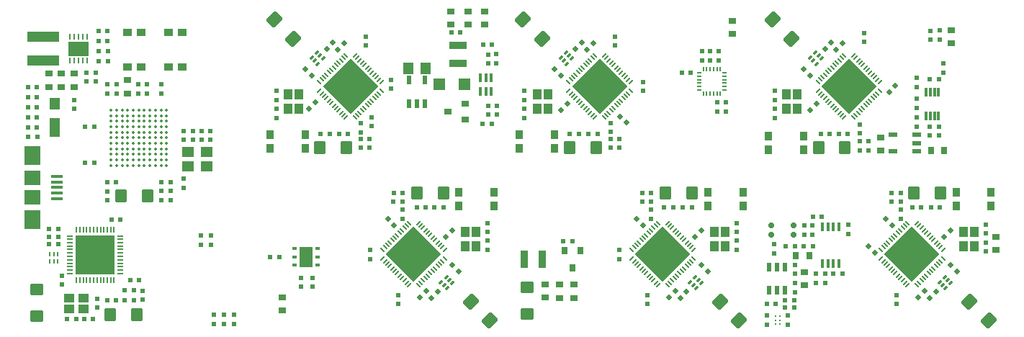
<source format=gtp>
%FSLAX24Y24*%
%MOIN*%
G70*
G01*
G75*
G04 Layer_Color=8421504*
%ADD10C,0.0080*%
%ADD11C,0.0160*%
%ADD12C,0.0200*%
%ADD13C,0.0300*%
%ADD14C,0.0040*%
%ADD15C,0.0100*%
%ADD16C,0.0120*%
%ADD17C,0.0240*%
%ADD18C,0.0090*%
%ADD19R,0.0200X0.0200*%
%ADD20R,0.0200X0.0200*%
%ADD21C,0.0098*%
%ADD22C,0.0276*%
%ADD23R,0.0236X0.0413*%
%ADD24P,0.0283X4X90.0*%
%ADD25R,0.0940X0.0650*%
%ADD26R,0.0100X0.0270*%
%ADD27R,0.0550X0.0470*%
%ADD28R,0.0160X0.0440*%
G04:AMPARAMS|DCode=29|XSize=20mil|YSize=8mil|CornerRadius=3mil|HoleSize=0mil|Usage=FLASHONLY|Rotation=90.000|XOffset=0mil|YOffset=0mil|HoleType=Round|Shape=RoundedRectangle|*
%AMROUNDEDRECTD29*
21,1,0.0200,0.0020,0,0,90.0*
21,1,0.0140,0.0080,0,0,90.0*
1,1,0.0060,0.0010,0.0070*
1,1,0.0060,0.0010,-0.0070*
1,1,0.0060,-0.0010,-0.0070*
1,1,0.0060,-0.0010,0.0070*
%
%ADD29ROUNDEDRECTD29*%
G04:AMPARAMS|DCode=30|XSize=20mil|YSize=8mil|CornerRadius=3mil|HoleSize=0mil|Usage=FLASHONLY|Rotation=0.000|XOffset=0mil|YOffset=0mil|HoleType=Round|Shape=RoundedRectangle|*
%AMROUNDEDRECTD30*
21,1,0.0200,0.0020,0,0,0.0*
21,1,0.0140,0.0080,0,0,0.0*
1,1,0.0060,0.0070,-0.0010*
1,1,0.0060,-0.0070,-0.0010*
1,1,0.0060,-0.0070,0.0010*
1,1,0.0060,0.0070,0.0010*
%
%ADD30ROUNDEDRECTD30*%
%ADD31R,0.0360X0.0400*%
%ADD32R,0.0340X0.0310*%
%ADD33R,0.0320X0.0280*%
%ADD34R,0.0560X0.0560*%
%ADD35R,0.0480X0.0560*%
%ADD36R,0.0200X0.0400*%
G04:AMPARAMS|DCode=37|XSize=52mil|YSize=63mil|CornerRadius=5.2mil|HoleSize=0mil|Usage=FLASHONLY|Rotation=180.000|XOffset=0mil|YOffset=0mil|HoleType=Round|Shape=RoundedRectangle|*
%AMROUNDEDRECTD37*
21,1,0.0520,0.0526,0,0,180.0*
21,1,0.0416,0.0630,0,0,180.0*
1,1,0.0104,-0.0208,0.0263*
1,1,0.0104,0.0208,0.0263*
1,1,0.0104,0.0208,-0.0263*
1,1,0.0104,-0.0208,-0.0263*
%
%ADD37ROUNDEDRECTD37*%
%ADD38R,0.0400X0.0360*%
%ADD39R,0.0310X0.0340*%
%ADD40R,0.0400X0.0200*%
G04:AMPARAMS|DCode=41|XSize=52mil|YSize=63mil|CornerRadius=5.2mil|HoleSize=0mil|Usage=FLASHONLY|Rotation=315.000|XOffset=0mil|YOffset=0mil|HoleType=Round|Shape=RoundedRectangle|*
%AMROUNDEDRECTD41*
21,1,0.0520,0.0526,0,0,315.0*
21,1,0.0416,0.0630,0,0,315.0*
1,1,0.0104,-0.0039,-0.0333*
1,1,0.0104,-0.0333,-0.0039*
1,1,0.0104,0.0039,0.0333*
1,1,0.0104,0.0333,0.0039*
%
%ADD41ROUNDEDRECTD41*%
G04:AMPARAMS|DCode=42|XSize=52mil|YSize=63mil|CornerRadius=5.2mil|HoleSize=0mil|Usage=FLASHONLY|Rotation=270.000|XOffset=0mil|YOffset=0mil|HoleType=Round|Shape=RoundedRectangle|*
%AMROUNDEDRECTD42*
21,1,0.0520,0.0526,0,0,270.0*
21,1,0.0416,0.0630,0,0,270.0*
1,1,0.0104,-0.0263,-0.0208*
1,1,0.0104,-0.0263,0.0208*
1,1,0.0104,0.0263,0.0208*
1,1,0.0104,0.0263,-0.0208*
%
%ADD42ROUNDEDRECTD42*%
%ADD43R,0.0280X0.0320*%
%ADD44R,0.0100X0.0220*%
G04:AMPARAMS|DCode=45|XSize=22mil|YSize=10mil|CornerRadius=0mil|HoleSize=0mil|Usage=FLASHONLY|Rotation=45.000|XOffset=0mil|YOffset=0mil|HoleType=Round|Shape=Rectangle|*
%AMROTATEDRECTD45*
4,1,4,-0.0042,-0.0113,-0.0113,-0.0042,0.0042,0.0113,0.0113,0.0042,-0.0042,-0.0113,0.0*
%
%ADD45ROTATEDRECTD45*%

%ADD46R,0.1460X0.0480*%
%ADD47R,0.0560X0.0160*%
%ADD48R,0.0750X0.0910*%
%ADD49R,0.0750X0.0710*%
G04:AMPARAMS|DCode=50|XSize=8mil|YSize=28mil|CornerRadius=4mil|HoleSize=0mil|Usage=FLASHONLY|Rotation=270.000|XOffset=0mil|YOffset=0mil|HoleType=Round|Shape=RoundedRectangle|*
%AMROUNDEDRECTD50*
21,1,0.0080,0.0200,0,0,270.0*
21,1,0.0000,0.0280,0,0,270.0*
1,1,0.0080,-0.0100,0.0000*
1,1,0.0080,-0.0100,0.0000*
1,1,0.0080,0.0100,0.0000*
1,1,0.0080,0.0100,0.0000*
%
%ADD50ROUNDEDRECTD50*%
G04:AMPARAMS|DCode=51|XSize=8mil|YSize=28mil|CornerRadius=4mil|HoleSize=0mil|Usage=FLASHONLY|Rotation=180.000|XOffset=0mil|YOffset=0mil|HoleType=Round|Shape=RoundedRectangle|*
%AMROUNDEDRECTD51*
21,1,0.0080,0.0200,0,0,180.0*
21,1,0.0000,0.0280,0,0,180.0*
1,1,0.0080,0.0000,0.0100*
1,1,0.0080,0.0000,0.0100*
1,1,0.0080,0.0000,-0.0100*
1,1,0.0080,0.0000,-0.0100*
%
%ADD51ROUNDEDRECTD51*%
G04:AMPARAMS|DCode=52|XSize=182mil|YSize=182mil|CornerRadius=4.6mil|HoleSize=0mil|Usage=FLASHONLY|Rotation=180.000|XOffset=0mil|YOffset=0mil|HoleType=Round|Shape=RoundedRectangle|*
%AMROUNDEDRECTD52*
21,1,0.1820,0.1729,0,0,180.0*
21,1,0.1729,0.1820,0,0,180.0*
1,1,0.0091,-0.0865,0.0865*
1,1,0.0091,0.0865,0.0865*
1,1,0.0091,0.0865,-0.0865*
1,1,0.0091,-0.0865,-0.0865*
%
%ADD52ROUNDEDRECTD52*%
G04:AMPARAMS|DCode=53|XSize=182mil|YSize=182mil|CornerRadius=4.6mil|HoleSize=0mil|Usage=FLASHONLY|Rotation=135.000|XOffset=0mil|YOffset=0mil|HoleType=Round|Shape=RoundedRectangle|*
%AMROUNDEDRECTD53*
21,1,0.1820,0.1729,0,0,135.0*
21,1,0.1729,0.1820,0,0,135.0*
1,1,0.0091,0.0000,0.1223*
1,1,0.0091,0.1223,0.0000*
1,1,0.0091,0.0000,-0.1223*
1,1,0.0091,-0.1223,0.0000*
%
%ADD53ROUNDEDRECTD53*%
G04:AMPARAMS|DCode=54|XSize=8mil|YSize=28mil|CornerRadius=4mil|HoleSize=0mil|Usage=FLASHONLY|Rotation=135.000|XOffset=0mil|YOffset=0mil|HoleType=Round|Shape=RoundedRectangle|*
%AMROUNDEDRECTD54*
21,1,0.0080,0.0200,0,0,135.0*
21,1,0.0000,0.0280,0,0,135.0*
1,1,0.0080,0.0071,0.0071*
1,1,0.0080,0.0071,0.0071*
1,1,0.0080,-0.0071,-0.0071*
1,1,0.0080,-0.0071,-0.0071*
%
%ADD54ROUNDEDRECTD54*%
G04:AMPARAMS|DCode=55|XSize=8mil|YSize=28mil|CornerRadius=4mil|HoleSize=0mil|Usage=FLASHONLY|Rotation=225.000|XOffset=0mil|YOffset=0mil|HoleType=Round|Shape=RoundedRectangle|*
%AMROUNDEDRECTD55*
21,1,0.0080,0.0200,0,0,225.0*
21,1,0.0000,0.0280,0,0,225.0*
1,1,0.0080,-0.0071,0.0071*
1,1,0.0080,-0.0071,0.0071*
1,1,0.0080,0.0071,-0.0071*
1,1,0.0080,0.0071,-0.0071*
%
%ADD55ROUNDEDRECTD55*%
%ADD56P,0.0283X4X360.0*%
%ADD57R,0.0600X0.0950*%
%ADD58R,0.0240X0.0160*%
G04:AMPARAMS|DCode=59|XSize=14mil|YSize=14mil|CornerRadius=7mil|HoleSize=0mil|Usage=FLASHONLY|Rotation=0.000|XOffset=0mil|YOffset=0mil|HoleType=Round|Shape=RoundedRectangle|*
%AMROUNDEDRECTD59*
21,1,0.0140,0.0000,0,0,0.0*
21,1,0.0000,0.0140,0,0,0.0*
1,1,0.0140,0.0000,0.0000*
1,1,0.0140,0.0000,0.0000*
1,1,0.0140,0.0000,0.0000*
1,1,0.0140,0.0000,0.0000*
%
%ADD59ROUNDEDRECTD59*%
%ADD60R,0.0165X0.0400*%
%ADD61C,0.0236*%
%ADD62R,0.0120X0.0400*%
%ADD63R,0.0480X0.0400*%
%ADD64R,0.0400X0.0480*%
%ADD65R,0.0827X0.0206*%
%ADD66R,0.0394X0.0560*%
%ADD67R,0.0827X0.0354*%
%ADD68R,0.0560X0.0394*%
%ADD69R,0.0206X0.0827*%
%ADD70R,0.0354X0.0827*%
G04:AMPARAMS|DCode=71|XSize=100mil|YSize=35mil|CornerRadius=8.8mil|HoleSize=0mil|Usage=FLASHONLY|Rotation=180.000|XOffset=0mil|YOffset=0mil|HoleType=Round|Shape=RoundedRectangle|*
%AMROUNDEDRECTD71*
21,1,0.1000,0.0175,0,0,180.0*
21,1,0.0825,0.0350,0,0,180.0*
1,1,0.0175,-0.0413,0.0088*
1,1,0.0175,0.0413,0.0088*
1,1,0.0175,0.0413,-0.0088*
1,1,0.0175,-0.0413,-0.0088*
%
%ADD71ROUNDEDRECTD71*%
G04:AMPARAMS|DCode=72|XSize=100mil|YSize=35mil|CornerRadius=8.8mil|HoleSize=0mil|Usage=FLASHONLY|Rotation=90.000|XOffset=0mil|YOffset=0mil|HoleType=Round|Shape=RoundedRectangle|*
%AMROUNDEDRECTD72*
21,1,0.1000,0.0175,0,0,90.0*
21,1,0.0825,0.0350,0,0,90.0*
1,1,0.0175,0.0088,0.0413*
1,1,0.0175,0.0088,-0.0413*
1,1,0.0175,-0.0088,-0.0413*
1,1,0.0175,-0.0088,0.0413*
%
%ADD72ROUNDEDRECTD72*%
%ADD73R,0.0950X0.0300*%
%ADD74R,0.0512X0.0866*%
%ADD75R,0.0512X0.0551*%
%ADD76C,0.0160*%
%ADD77C,0.0630*%
%ADD78C,0.0360*%
%ADD79C,0.0070*%
%ADD80C,0.0060*%
%ADD81C,0.0400*%
%ADD82C,0.0280*%
%ADD83R,0.0520X0.0140*%
%ADD84R,0.0108X0.0250*%
%ADD85R,0.0247X0.0144*%
%ADD86R,0.0230X0.0158*%
%ADD87R,0.0095X0.0038*%
%ADD88R,0.0150X0.0200*%
%ADD89R,0.1410X0.0970*%
%ADD90R,0.0180X0.0170*%
%ADD91C,0.0551*%
%ADD92C,0.0660*%
%ADD93C,0.0160*%
%ADD94C,0.0240*%
%ADD95C,0.0140*%
%ADD96C,0.0480*%
%ADD97C,0.0210*%
%ADD98C,0.0410*%
%ADD99R,0.0250X0.0040*%
G04:AMPARAMS|DCode=100|XSize=700mil|YSize=700mil|CornerRadius=350mil|HoleSize=0mil|Usage=FLASHONLY|Rotation=277.000|XOffset=0mil|YOffset=0mil|HoleType=Round|Shape=RoundedRectangle|*
%AMROUNDEDRECTD100*
21,1,0.7000,0.0000,0,0,277.0*
21,1,0.0000,0.7000,0,0,277.0*
1,1,0.7000,0.0000,0.0000*
1,1,0.7000,0.0000,0.0000*
1,1,0.7000,0.0000,0.0000*
1,1,0.7000,0.0000,0.0000*
%
%ADD100ROUNDEDRECTD100*%
G04:AMPARAMS|DCode=101|XSize=200mil|YSize=110mil|CornerRadius=0mil|HoleSize=0mil|Usage=FLASHONLY|Rotation=277.000|XOffset=0mil|YOffset=0mil|HoleType=Round|Shape=Rectangle|*
%AMROTATEDRECTD101*
4,1,4,-0.0668,0.0926,0.0424,0.1060,0.0668,-0.0926,-0.0424,-0.1060,-0.0668,0.0926,0.0*
%
%ADD101ROTATEDRECTD101*%

%ADD102R,0.0600X0.1340*%
%ADD103R,0.0400X0.1380*%
%ADD104R,0.0750X0.0360*%
%ADD105R,0.0360X0.0750*%
%ADD106R,0.0250X0.0580*%
%ADD107C,0.0050*%
%ADD108R,0.0190X0.0130*%
D19*
X32973Y5241D02*
D03*
X33390Y5241D02*
D03*
X33932Y2590D02*
D03*
X34349Y2590D02*
D03*
X-2937Y10301D02*
D03*
X-3354D02*
D03*
Y9837D02*
D03*
X-2937Y9837D02*
D03*
X-2937Y9373D02*
D03*
X-3354D02*
D03*
X32140Y3857D02*
D03*
X31723Y3857D02*
D03*
X31267Y1200D02*
D03*
X30850Y1200D02*
D03*
X32970Y3857D02*
D03*
X32553D02*
D03*
X31692Y1030D02*
D03*
X32108Y1030D02*
D03*
X4685Y9205D02*
D03*
Y8788D02*
D03*
X1940Y1380D02*
D03*
Y1797D02*
D03*
X2821Y6835D02*
D03*
X3238D02*
D03*
X322Y13835D02*
D03*
X-95D02*
D03*
X-80Y12900D02*
D03*
X337D02*
D03*
X-92Y13365D02*
D03*
X325D02*
D03*
X1785Y2295D02*
D03*
X1368D02*
D03*
X510Y5095D02*
D03*
X926D02*
D03*
X-2375Y4305D02*
D03*
X-1958D02*
D03*
X-1129Y485D02*
D03*
X-1545D02*
D03*
X-765D02*
D03*
X-349D02*
D03*
X-1958Y3955D02*
D03*
X-2375D02*
D03*
X1545Y1825D02*
D03*
X1128D02*
D03*
X-3349Y8911D02*
D03*
X-2932D02*
D03*
X-2937Y10765D02*
D03*
X-3354D02*
D03*
X4281Y8779D02*
D03*
X3865D02*
D03*
X12455Y8815D02*
D03*
X12038D02*
D03*
X16665Y13775D02*
D03*
X16248D02*
D03*
X18355Y10345D02*
D03*
X17938D02*
D03*
Y9955D02*
D03*
X18355D02*
D03*
X18125Y13185D02*
D03*
X17708D02*
D03*
X23608Y8815D02*
D03*
X24025D02*
D03*
X26915Y11885D02*
D03*
X27332D02*
D03*
X13565Y5915D02*
D03*
X13982D02*
D03*
X8281Y3375D02*
D03*
X7865D02*
D03*
X25068Y5915D02*
D03*
X25485D02*
D03*
X21428Y4105D02*
D03*
X21845D02*
D03*
X35565Y8715D02*
D03*
X35148D02*
D03*
X37037Y5925D02*
D03*
X36620D02*
D03*
X-1955Y4655D02*
D03*
X-2372D02*
D03*
X2821Y6413D02*
D03*
X3238D02*
D03*
X38812Y9385D02*
D03*
X38395D02*
D03*
Y8995D02*
D03*
X38812D02*
D03*
X38395Y11585D02*
D03*
X38812D02*
D03*
X33755Y9065D02*
D03*
X33338D02*
D03*
X34168D02*
D03*
X34585D02*
D03*
X38437Y5645D02*
D03*
X38854D02*
D03*
X37570D02*
D03*
X37987D02*
D03*
X10605Y9065D02*
D03*
X10188D02*
D03*
X11461D02*
D03*
X11045D02*
D03*
X22135D02*
D03*
X21718D02*
D03*
X23001D02*
D03*
X22585D02*
D03*
X15455Y5645D02*
D03*
X15871D02*
D03*
X14638D02*
D03*
X15055D02*
D03*
X26955D02*
D03*
X27371D02*
D03*
X26088D02*
D03*
X26505D02*
D03*
X305Y1355D02*
D03*
X721D02*
D03*
X1128D02*
D03*
X1545D02*
D03*
X-292Y7725D02*
D03*
X-709D02*
D03*
X4281Y9205D02*
D03*
X3865D02*
D03*
X-709Y9385D02*
D03*
X-292D02*
D03*
X3238Y5992D02*
D03*
X2821D02*
D03*
X317Y6835D02*
D03*
X734D02*
D03*
X17700Y9520D02*
D03*
X18116D02*
D03*
X31692Y1350D02*
D03*
X32108D02*
D03*
D20*
X32944Y4400D02*
D03*
Y4817D02*
D03*
X34611Y4852D02*
D03*
Y4435D02*
D03*
X30850Y650D02*
D03*
X30850Y233D02*
D03*
X31830Y230D02*
D03*
Y647D02*
D03*
X32143Y1740D02*
D03*
X32143Y2157D02*
D03*
X12535Y9839D02*
D03*
Y9422D02*
D03*
X37037Y6325D02*
D03*
X36620D02*
D03*
X35145Y8285D02*
D03*
X35561D02*
D03*
X25485Y6315D02*
D03*
X25068D02*
D03*
X13985D02*
D03*
X13568D02*
D03*
X23605Y8435D02*
D03*
X24021D02*
D03*
X12035D02*
D03*
X12451D02*
D03*
X-3354Y11229D02*
D03*
X-2937D02*
D03*
X-73Y12439D02*
D03*
X344D02*
D03*
X2164Y11355D02*
D03*
Y10938D02*
D03*
X-665Y11905D02*
D03*
Y11488D02*
D03*
X-225Y11905D02*
D03*
Y11488D02*
D03*
X-1775Y2501D02*
D03*
Y2085D02*
D03*
X-155Y1442D02*
D03*
Y1025D02*
D03*
X317Y11355D02*
D03*
Y10938D02*
D03*
X3865Y6575D02*
D03*
Y6992D02*
D03*
X5085Y8788D02*
D03*
Y9205D02*
D03*
X5235Y275D02*
D03*
Y692D02*
D03*
X5115Y3938D02*
D03*
Y4355D02*
D03*
X2801Y11355D02*
D03*
Y10938D02*
D03*
X13439Y11158D02*
D03*
Y11575D02*
D03*
X12038Y9140D02*
D03*
Y9557D02*
D03*
X8145Y10638D02*
D03*
Y11055D02*
D03*
Y10225D02*
D03*
Y9808D02*
D03*
X18325Y12328D02*
D03*
Y12745D02*
D03*
X17935Y12742D02*
D03*
Y12325D02*
D03*
X25115Y11465D02*
D03*
Y11048D02*
D03*
X23608Y9562D02*
D03*
Y9145D02*
D03*
X19605Y11055D02*
D03*
Y10638D02*
D03*
Y9808D02*
D03*
Y10225D02*
D03*
X28625Y12468D02*
D03*
Y12885D02*
D03*
X28225D02*
D03*
Y12468D02*
D03*
X28545Y10511D02*
D03*
Y10095D02*
D03*
X28935D02*
D03*
Y10511D02*
D03*
X27835Y12468D02*
D03*
Y12885D02*
D03*
X12485Y3681D02*
D03*
Y3265D02*
D03*
X13982Y5553D02*
D03*
Y5136D02*
D03*
X17915Y4121D02*
D03*
Y3705D02*
D03*
Y4525D02*
D03*
Y4942D02*
D03*
X9805Y1985D02*
D03*
Y2402D02*
D03*
X9295D02*
D03*
Y1985D02*
D03*
X24015Y3681D02*
D03*
Y3265D02*
D03*
X25499Y5554D02*
D03*
Y5138D02*
D03*
X29445Y4112D02*
D03*
Y3695D02*
D03*
Y4515D02*
D03*
Y4931D02*
D03*
X35148Y9080D02*
D03*
Y9497D02*
D03*
X31225Y11051D02*
D03*
Y10635D02*
D03*
Y10225D02*
D03*
Y9808D02*
D03*
X37037Y5142D02*
D03*
X37037Y5559D02*
D03*
X40985Y3625D02*
D03*
Y4042D02*
D03*
Y4861D02*
D03*
Y4445D02*
D03*
X739Y11355D02*
D03*
X739Y10938D02*
D03*
X12285Y13571D02*
D03*
Y13155D02*
D03*
X35345Y13315D02*
D03*
Y13731D02*
D03*
X13775Y1188D02*
D03*
Y1605D02*
D03*
X23815Y13155D02*
D03*
Y13571D02*
D03*
X36855Y1188D02*
D03*
Y1605D02*
D03*
X25315Y1605D02*
D03*
Y1188D02*
D03*
X6185Y692D02*
D03*
Y275D02*
D03*
X5705D02*
D03*
Y692D02*
D03*
X4645Y4355D02*
D03*
Y3938D02*
D03*
X32143Y2578D02*
D03*
Y2994D02*
D03*
X32583Y4817D02*
D03*
Y4400D02*
D03*
X39015Y11898D02*
D03*
Y12315D02*
D03*
X37795Y10691D02*
D03*
Y10275D02*
D03*
Y9825D02*
D03*
Y9408D02*
D03*
Y11228D02*
D03*
Y11645D02*
D03*
X38855Y13845D02*
D03*
Y13428D02*
D03*
X38425Y13842D02*
D03*
Y13425D02*
D03*
X1737Y11355D02*
D03*
Y10938D02*
D03*
X317Y6408D02*
D03*
Y5992D02*
D03*
X33123Y2588D02*
D03*
X33123Y2171D02*
D03*
X33538Y2588D02*
D03*
Y2171D02*
D03*
X-1225Y10215D02*
D03*
Y10632D02*
D03*
X31170Y3530D02*
D03*
Y3946D02*
D03*
D21*
X31242Y243D02*
D03*
Y440D02*
D03*
X31438Y637D02*
D03*
Y243D02*
D03*
X31242Y637D02*
D03*
X31438Y440D02*
D03*
D22*
X32098Y4829D02*
D03*
X31050D02*
D03*
Y4376D02*
D03*
X32098Y4376D02*
D03*
D23*
X31698Y2901D02*
D03*
X31324D02*
D03*
X31698Y1838D02*
D03*
X30950D02*
D03*
X31324D02*
D03*
X30950Y2901D02*
D03*
D24*
X25125Y4826D02*
D03*
X24830Y5120D02*
D03*
X13597Y4825D02*
D03*
X13303Y5120D02*
D03*
X24053Y9872D02*
D03*
X24347Y9578D02*
D03*
X9486Y12043D02*
D03*
X9781Y11749D02*
D03*
X21321D02*
D03*
X21026Y12043D02*
D03*
X16573Y2706D02*
D03*
X16279Y3001D02*
D03*
X28113Y2706D02*
D03*
X27819Y3001D02*
D03*
X32556Y12043D02*
D03*
X32851Y11749D02*
D03*
X39349Y3001D02*
D03*
X39643Y2706D02*
D03*
X35552Y3852D02*
D03*
X35846Y3557D02*
D03*
X36356Y5134D02*
D03*
X36651Y4840D02*
D03*
D25*
X-1025Y13005D02*
D03*
D26*
X-1425Y13565D02*
D03*
X-1225D02*
D03*
X-1025D02*
D03*
X-828D02*
D03*
X-632D02*
D03*
Y12449D02*
D03*
X-828D02*
D03*
X-1025D02*
D03*
X-1225D02*
D03*
X-1425D02*
D03*
D27*
X4035Y8230D02*
D03*
X4910D02*
D03*
Y7555D02*
D03*
X4035D02*
D03*
D28*
X18095Y11015D02*
D03*
X17835D02*
D03*
X17579D02*
D03*
Y11650D02*
D03*
X17835D02*
D03*
X18095D02*
D03*
D29*
X27905Y12066D02*
D03*
X28541D02*
D03*
X28384D02*
D03*
X28698D02*
D03*
X28225D02*
D03*
X28065D02*
D03*
X28698Y10915D02*
D03*
X28065D02*
D03*
X28225D02*
D03*
X27905D02*
D03*
X28384D02*
D03*
X28541D02*
D03*
D30*
X28876Y11889D02*
D03*
Y11255D02*
D03*
Y11415D02*
D03*
Y11095D02*
D03*
Y11574D02*
D03*
Y11731D02*
D03*
X27725Y11889D02*
D03*
Y11255D02*
D03*
Y11415D02*
D03*
Y11095D02*
D03*
Y11574D02*
D03*
Y11731D02*
D03*
D31*
X39608Y5735D02*
D03*
Y6370D02*
D03*
X41225D02*
D03*
Y5735D02*
D03*
X7855Y9015D02*
D03*
Y8380D02*
D03*
X9472D02*
D03*
Y9015D02*
D03*
X21002D02*
D03*
Y8380D02*
D03*
X19385D02*
D03*
Y9015D02*
D03*
X18215Y5735D02*
D03*
Y6370D02*
D03*
X16598D02*
D03*
Y5735D02*
D03*
X28128D02*
D03*
Y6370D02*
D03*
X29745D02*
D03*
Y5735D02*
D03*
X30925Y8975D02*
D03*
Y8340D02*
D03*
X32542D02*
D03*
Y8975D02*
D03*
D32*
X36105Y8905D02*
D03*
Y8290D02*
D03*
X39375Y13245D02*
D03*
Y13860D02*
D03*
X17005Y14735D02*
D03*
Y14120D02*
D03*
X41467Y4293D02*
D03*
X41467Y3678D02*
D03*
X20595Y2095D02*
D03*
Y1480D02*
D03*
X21255Y1475D02*
D03*
Y2090D02*
D03*
X21925Y1475D02*
D03*
Y2090D02*
D03*
X8425Y1505D02*
D03*
Y890D02*
D03*
X29255Y14305D02*
D03*
Y13690D02*
D03*
X16225Y14735D02*
D03*
Y14120D02*
D03*
X17795Y14735D02*
D03*
Y14120D02*
D03*
X-2395Y11235D02*
D03*
Y11850D02*
D03*
X-1225Y11235D02*
D03*
Y11850D02*
D03*
X-1805Y11235D02*
D03*
X-1805Y11850D02*
D03*
X32590Y2673D02*
D03*
Y2058D02*
D03*
X1241Y10930D02*
D03*
Y11545D02*
D03*
D33*
X16889Y9721D02*
D03*
Y10475D02*
D03*
X16095Y10095D02*
D03*
D34*
X16835Y11355D02*
D03*
X15684D02*
D03*
D35*
X14245Y12105D02*
D03*
X15038D02*
D03*
D36*
X14271Y11545D02*
D03*
X15025D02*
D03*
Y10445D02*
D03*
X14645D02*
D03*
X14271D02*
D03*
D37*
X445Y685D02*
D03*
X1675D02*
D03*
X27395Y6315D02*
D03*
X26165D02*
D03*
X15895D02*
D03*
X14665D02*
D03*
X21705Y8435D02*
D03*
X22935D02*
D03*
X10165D02*
D03*
X11395D02*
D03*
X38877Y6315D02*
D03*
X37647D02*
D03*
X33235Y8435D02*
D03*
X34465D02*
D03*
X950Y6200D02*
D03*
X2180D02*
D03*
D38*
X1895Y12158D02*
D03*
X1260D02*
D03*
Y13775D02*
D03*
X1895D02*
D03*
X3785D02*
D03*
X3150D02*
D03*
Y12158D02*
D03*
X3785D02*
D03*
D39*
X39055Y8285D02*
D03*
X38440D02*
D03*
X32192Y3413D02*
D03*
X32807D02*
D03*
D40*
X36695Y8261D02*
D03*
Y9015D02*
D03*
X37795D02*
D03*
Y8635D02*
D03*
Y8261D02*
D03*
D41*
X41103Y416D02*
D03*
X40233Y1286D02*
D03*
X31106Y14343D02*
D03*
X31976Y13473D02*
D03*
X29563Y416D02*
D03*
X28693Y1286D02*
D03*
X18033Y416D02*
D03*
X17163Y1286D02*
D03*
X19566Y14343D02*
D03*
X20436Y13473D02*
D03*
X8036Y14343D02*
D03*
X8906Y13473D02*
D03*
D42*
X19765Y715D02*
D03*
Y1945D02*
D03*
X-2955Y615D02*
D03*
Y1845D02*
D03*
D43*
X22229Y3659D02*
D03*
X21475D02*
D03*
X21855Y2865D02*
D03*
D44*
X-2365Y3495D02*
D03*
X-2165D02*
D03*
X-1968D02*
D03*
Y3157D02*
D03*
X-2165D02*
D03*
X-2365D02*
D03*
D45*
X9785Y12588D02*
D03*
X9926Y12446D02*
D03*
X10066Y12307D02*
D03*
X10304Y12546D02*
D03*
X10165Y12685D02*
D03*
X10024Y12826D02*
D03*
X21554D02*
D03*
X21695Y12685D02*
D03*
X21834Y12546D02*
D03*
X21596Y12307D02*
D03*
X21456Y12446D02*
D03*
X21315Y12588D02*
D03*
X16285Y2162D02*
D03*
X16143Y2303D02*
D03*
X16004Y2442D02*
D03*
X15765Y2204D02*
D03*
X15905Y2065D02*
D03*
X16046Y1923D02*
D03*
X27576D02*
D03*
X27435Y2065D02*
D03*
X27295Y2204D02*
D03*
X27534Y2442D02*
D03*
X27673Y2303D02*
D03*
X27815Y2162D02*
D03*
X32855Y12588D02*
D03*
X32996Y12446D02*
D03*
X33136Y12307D02*
D03*
X33374Y12546D02*
D03*
X33235Y12685D02*
D03*
X33094Y12826D02*
D03*
X39116Y1923D02*
D03*
X38975Y2065D02*
D03*
X38835Y2204D02*
D03*
X39074Y2442D02*
D03*
X39213Y2303D02*
D03*
X39355Y2162D02*
D03*
D46*
X-2635Y12451D02*
D03*
Y13562D02*
D03*
D47*
X-2015Y7097D02*
D03*
Y6841D02*
D03*
Y6585D02*
D03*
Y6325D02*
D03*
Y6065D02*
D03*
D48*
X-3145Y8061D02*
D03*
Y5105D02*
D03*
D49*
Y7038D02*
D03*
Y6125D02*
D03*
D50*
X-1405Y3554D02*
D03*
Y3711D02*
D03*
Y3868D02*
D03*
Y4026D02*
D03*
Y4183D02*
D03*
Y4341D02*
D03*
Y2605D02*
D03*
Y2765D02*
D03*
Y2915D02*
D03*
Y3075D02*
D03*
Y3235D02*
D03*
X-1405Y3395D02*
D03*
X926Y3554D02*
D03*
Y3711D02*
D03*
Y3868D02*
D03*
Y4026D02*
D03*
Y4183D02*
D03*
Y4341D02*
D03*
Y2605D02*
D03*
Y2765D02*
D03*
Y2915D02*
D03*
Y3075D02*
D03*
Y3235D02*
D03*
Y3395D02*
D03*
D51*
X-156Y4636D02*
D03*
X1D02*
D03*
X159D02*
D03*
X316D02*
D03*
X473D02*
D03*
X631D02*
D03*
X-1105D02*
D03*
X-945D02*
D03*
X-795D02*
D03*
X-635D02*
D03*
X-475D02*
D03*
X-315D02*
D03*
X-156Y2305D02*
D03*
X1D02*
D03*
X159D02*
D03*
X316D02*
D03*
X473D02*
D03*
X631D02*
D03*
X-1105D02*
D03*
X-945D02*
D03*
X-795D02*
D03*
X-635D02*
D03*
X-475D02*
D03*
X-315Y2305D02*
D03*
D52*
X-235Y3475D02*
D03*
D53*
X11575Y11255D02*
D03*
X23105D02*
D03*
X14495Y3495D02*
D03*
X26025D02*
D03*
X34645Y11255D02*
D03*
X37565Y3495D02*
D03*
D54*
X10691Y10484D02*
D03*
X10578Y10597D02*
D03*
X10465Y10710D02*
D03*
X10352Y10823D02*
D03*
X10245Y10930D02*
D03*
X10132Y11043D02*
D03*
X11360Y9815D02*
D03*
X11249Y9926D02*
D03*
X11137Y10038D02*
D03*
X11026Y10149D02*
D03*
X10915Y10260D02*
D03*
X10803Y10372D02*
D03*
X12339Y12133D02*
D03*
X12226Y12246D02*
D03*
X12113Y12359D02*
D03*
X12000Y12472D02*
D03*
X11894Y12578D02*
D03*
X11781Y12691D02*
D03*
X13009Y11464D02*
D03*
X12897Y11575D02*
D03*
X12786Y11686D02*
D03*
X12674Y11798D02*
D03*
X12563Y11909D02*
D03*
X12452Y12020D02*
D03*
X23982D02*
D03*
X24093Y11909D02*
D03*
X24204Y11798D02*
D03*
X24316Y11686D02*
D03*
X24427Y11575D02*
D03*
X24539Y11464D02*
D03*
X23311Y12691D02*
D03*
X23424Y12578D02*
D03*
X23530Y12472D02*
D03*
X23643Y12359D02*
D03*
X23756Y12246D02*
D03*
X23869Y12133D02*
D03*
X22333Y10372D02*
D03*
X22445Y10260D02*
D03*
X22556Y10149D02*
D03*
X22667Y10038D02*
D03*
X22779Y9926D02*
D03*
X22890Y9815D02*
D03*
X21662Y11043D02*
D03*
X21775Y10930D02*
D03*
X21882Y10823D02*
D03*
X21995Y10710D02*
D03*
X22108Y10597D02*
D03*
X22221Y10484D02*
D03*
X15379Y4266D02*
D03*
X15492Y4152D02*
D03*
X15605Y4039D02*
D03*
X15718Y3926D02*
D03*
X15824Y3820D02*
D03*
X15937Y3707D02*
D03*
X14710Y4935D02*
D03*
X14821Y4823D02*
D03*
X14932Y4712D02*
D03*
X15044Y4601D02*
D03*
X15155Y4489D02*
D03*
X15266Y4378D02*
D03*
X13730Y2617D02*
D03*
X13843Y2504D02*
D03*
X13956Y2391D02*
D03*
X14070Y2278D02*
D03*
X14176Y2172D02*
D03*
X14289Y2058D02*
D03*
X13061Y3286D02*
D03*
X13172Y3175D02*
D03*
X13284Y3063D02*
D03*
X13395Y2952D02*
D03*
X13507Y2841D02*
D03*
X13618Y2729D02*
D03*
X25148D02*
D03*
X25037Y2841D02*
D03*
X24925Y2952D02*
D03*
X24814Y3063D02*
D03*
X24702Y3175D02*
D03*
X24591Y3286D02*
D03*
X25819Y2058D02*
D03*
X25706Y2172D02*
D03*
X25600Y2278D02*
D03*
X25486Y2391D02*
D03*
X25373Y2504D02*
D03*
X25260Y2617D02*
D03*
X26796Y4378D02*
D03*
X26685Y4489D02*
D03*
X26574Y4601D02*
D03*
X26462Y4712D02*
D03*
X26351Y4823D02*
D03*
X26240Y4935D02*
D03*
X27467Y3707D02*
D03*
X27354Y3820D02*
D03*
X27248Y3926D02*
D03*
X27135Y4039D02*
D03*
X27022Y4152D02*
D03*
X26909Y4266D02*
D03*
X33761Y10484D02*
D03*
X33648Y10597D02*
D03*
X33535Y10710D02*
D03*
X33422Y10823D02*
D03*
X33315Y10930D02*
D03*
X33202Y11043D02*
D03*
X34430Y9815D02*
D03*
X34319Y9926D02*
D03*
X34207Y10038D02*
D03*
X34096Y10149D02*
D03*
X33985Y10260D02*
D03*
X33873Y10372D02*
D03*
X35409Y12133D02*
D03*
X35296Y12246D02*
D03*
X35183Y12359D02*
D03*
X35070Y12472D02*
D03*
X34964Y12578D02*
D03*
X34851Y12691D02*
D03*
X36079Y11464D02*
D03*
X35967Y11575D02*
D03*
X35856Y11686D02*
D03*
X35744Y11798D02*
D03*
X35633Y11909D02*
D03*
X35522Y12020D02*
D03*
X36688Y2729D02*
D03*
X36577Y2841D02*
D03*
X36465Y2952D02*
D03*
X36354Y3063D02*
D03*
X36242Y3175D02*
D03*
X36131Y3286D02*
D03*
X37359Y2058D02*
D03*
X37246Y2172D02*
D03*
X37140Y2278D02*
D03*
X37026Y2391D02*
D03*
X36913Y2504D02*
D03*
X36800Y2617D02*
D03*
X38336Y4378D02*
D03*
X38225Y4489D02*
D03*
X38114Y4601D02*
D03*
X38002Y4712D02*
D03*
X37891Y4823D02*
D03*
X37780Y4935D02*
D03*
X39007Y3707D02*
D03*
X38894Y3820D02*
D03*
X38788Y3926D02*
D03*
X38675Y4039D02*
D03*
X38562Y4152D02*
D03*
X38449Y4266D02*
D03*
D55*
X12339Y10377D02*
D03*
X12226Y10264D02*
D03*
X12113Y10151D02*
D03*
X12000Y10038D02*
D03*
X11894Y9932D02*
D03*
X11781Y9818D02*
D03*
X13009Y11046D02*
D03*
X12897Y10935D02*
D03*
X12786Y10823D02*
D03*
X12674Y10712D02*
D03*
X12563Y10601D02*
D03*
X12452Y10489D02*
D03*
X10691Y12026D02*
D03*
X10578Y11912D02*
D03*
X10465Y11799D02*
D03*
X10352Y11686D02*
D03*
X10245Y11580D02*
D03*
X10132Y11467D02*
D03*
X11360Y12695D02*
D03*
X11249Y12583D02*
D03*
X11137Y12472D02*
D03*
X11026Y12361D02*
D03*
X10915Y12249D02*
D03*
X10803Y12138D02*
D03*
X22333D02*
D03*
X22445Y12249D02*
D03*
X22556Y12361D02*
D03*
X22667Y12472D02*
D03*
X22779Y12583D02*
D03*
X22890Y12695D02*
D03*
X21662Y11467D02*
D03*
X21775Y11580D02*
D03*
X21882Y11686D02*
D03*
X21995Y11799D02*
D03*
X22108Y11912D02*
D03*
X22221Y12026D02*
D03*
X23982Y10489D02*
D03*
X24093Y10601D02*
D03*
X24204Y10712D02*
D03*
X24316Y10823D02*
D03*
X24427Y10935D02*
D03*
X24539Y11046D02*
D03*
X23311Y9818D02*
D03*
X23424Y9932D02*
D03*
X23530Y10038D02*
D03*
X23643Y10151D02*
D03*
X23756Y10264D02*
D03*
X23869Y10377D02*
D03*
X13730Y4373D02*
D03*
X13843Y4486D02*
D03*
X13956Y4599D02*
D03*
X14070Y4712D02*
D03*
X14176Y4818D02*
D03*
X14289Y4931D02*
D03*
X13061Y3704D02*
D03*
X13172Y3815D02*
D03*
X13284Y3926D02*
D03*
X13395Y4038D02*
D03*
X13507Y4149D02*
D03*
X13618Y4260D02*
D03*
X15379Y2724D02*
D03*
X15492Y2837D02*
D03*
X15605Y2950D02*
D03*
X15718Y3063D02*
D03*
X15824Y3170D02*
D03*
X15937Y3283D02*
D03*
X14710Y2055D02*
D03*
X14821Y2166D02*
D03*
X14932Y2278D02*
D03*
X15044Y2389D02*
D03*
X15155Y2500D02*
D03*
X15266Y2612D02*
D03*
X26796D02*
D03*
X26685Y2500D02*
D03*
X26574Y2389D02*
D03*
X26462Y2278D02*
D03*
X26351Y2166D02*
D03*
X26240Y2055D02*
D03*
X27467Y3283D02*
D03*
X27354Y3170D02*
D03*
X27248Y3063D02*
D03*
X27135Y2950D02*
D03*
X27022Y2837D02*
D03*
X26909Y2724D02*
D03*
X25148Y4260D02*
D03*
X25037Y4149D02*
D03*
X24925Y4038D02*
D03*
X24814Y3926D02*
D03*
X24702Y3815D02*
D03*
X24591Y3704D02*
D03*
X25819Y4931D02*
D03*
X25706Y4818D02*
D03*
X25600Y4712D02*
D03*
X25486Y4599D02*
D03*
X25373Y4486D02*
D03*
X25260Y4373D02*
D03*
X35409Y10377D02*
D03*
X35296Y10264D02*
D03*
X35183Y10151D02*
D03*
X35070Y10038D02*
D03*
X34964Y9932D02*
D03*
X34851Y9818D02*
D03*
X36079Y11046D02*
D03*
X35967Y10935D02*
D03*
X35856Y10823D02*
D03*
X35744Y10712D02*
D03*
X35633Y10601D02*
D03*
X35522Y10489D02*
D03*
X33761Y12026D02*
D03*
X33648Y11912D02*
D03*
X33535Y11799D02*
D03*
X33422Y11686D02*
D03*
X33315Y11580D02*
D03*
X33202Y11467D02*
D03*
X34430Y12695D02*
D03*
X34319Y12583D02*
D03*
X34207Y12472D02*
D03*
X34096Y12361D02*
D03*
X33985Y12249D02*
D03*
X33873Y12138D02*
D03*
X38336Y2612D02*
D03*
X38225Y2500D02*
D03*
X38114Y2389D02*
D03*
X38002Y2278D02*
D03*
X37891Y2166D02*
D03*
X37780Y2055D02*
D03*
X39007Y3283D02*
D03*
X38894Y3170D02*
D03*
X38788Y3063D02*
D03*
X38675Y2950D02*
D03*
X38562Y2837D02*
D03*
X38449Y2724D02*
D03*
X36688Y4260D02*
D03*
X36577Y4149D02*
D03*
X36465Y4038D02*
D03*
X36354Y3926D02*
D03*
X36242Y3815D02*
D03*
X36131Y3704D02*
D03*
X37359Y4931D02*
D03*
X37246Y4818D02*
D03*
X37140Y4712D02*
D03*
X37026Y4599D02*
D03*
X36913Y4486D02*
D03*
X36800Y4373D02*
D03*
D56*
X9961Y10531D02*
D03*
X9666Y10236D02*
D03*
X11283Y13263D02*
D03*
X10989Y12969D02*
D03*
X10469Y12989D02*
D03*
X10763Y13283D02*
D03*
X21316Y10156D02*
D03*
X21611Y10451D02*
D03*
X22519Y12969D02*
D03*
X22813Y13263D02*
D03*
X22293Y13283D02*
D03*
X21999Y12989D02*
D03*
X15989Y4299D02*
D03*
X16283Y4593D02*
D03*
X14776Y1486D02*
D03*
X15071Y1781D02*
D03*
X15601Y1761D02*
D03*
X15306Y1466D02*
D03*
X27529Y4299D02*
D03*
X27823Y4593D02*
D03*
X26316Y1486D02*
D03*
X26611Y1781D02*
D03*
X27131Y1761D02*
D03*
X26836Y1466D02*
D03*
X36504Y10983D02*
D03*
X36798Y11278D02*
D03*
X33141Y10451D02*
D03*
X32846Y10156D02*
D03*
X34353Y13263D02*
D03*
X34059Y12969D02*
D03*
X33539Y12989D02*
D03*
X33833Y13283D02*
D03*
X39360Y4590D02*
D03*
X39065Y4295D02*
D03*
X38141Y1781D02*
D03*
X37846Y1486D02*
D03*
X38376Y1466D02*
D03*
X38671Y1761D02*
D03*
D57*
X9525Y3375D02*
D03*
D58*
X10065Y3775D02*
D03*
Y3375D02*
D03*
Y2981D02*
D03*
X8993D02*
D03*
Y3375D02*
D03*
Y3775D02*
D03*
D59*
X3057Y10159D02*
D03*
Y9903D02*
D03*
Y9648D02*
D03*
Y9392D02*
D03*
Y9136D02*
D03*
Y8880D02*
D03*
Y8625D02*
D03*
Y8369D02*
D03*
Y8112D02*
D03*
Y7857D02*
D03*
Y7601D02*
D03*
X498Y7601D02*
D03*
X754Y7601D02*
D03*
X1010Y7601D02*
D03*
X1266Y7601D02*
D03*
X1522Y7601D02*
D03*
X1778Y7601D02*
D03*
X2034Y7601D02*
D03*
X2290Y7601D02*
D03*
X2545Y7601D02*
D03*
X2801Y7601D02*
D03*
Y7857D02*
D03*
X2545Y7856D02*
D03*
X2290Y7857D02*
D03*
X2034Y7857D02*
D03*
X1778Y7857D02*
D03*
X1522Y7857D02*
D03*
X1266Y7857D02*
D03*
X1010Y7856D02*
D03*
X754Y7857D02*
D03*
X498Y7857D02*
D03*
X2801Y8112D02*
D03*
X2545Y8112D02*
D03*
X2290Y8112D02*
D03*
X2034Y8113D02*
D03*
X1778Y8112D02*
D03*
X1522Y8113D02*
D03*
X1266Y8112D02*
D03*
X1010Y8112D02*
D03*
X754Y8112D02*
D03*
X498Y8113D02*
D03*
X2801Y8368D02*
D03*
X2545Y8368D02*
D03*
X2290Y8369D02*
D03*
X2034Y8369D02*
D03*
X1778Y8368D02*
D03*
X1522Y8369D02*
D03*
X1266Y8369D02*
D03*
X1010Y8368D02*
D03*
X754Y8368D02*
D03*
X498Y8369D02*
D03*
X2801Y8624D02*
D03*
X2545Y8624D02*
D03*
X2290Y8624D02*
D03*
X2034Y8625D02*
D03*
X1778Y8624D02*
D03*
X1522Y8625D02*
D03*
X1266Y8624D02*
D03*
X1010Y8624D02*
D03*
X754Y8624D02*
D03*
X498Y8625D02*
D03*
X2801Y8880D02*
D03*
X2545Y8880D02*
D03*
X2290Y8880D02*
D03*
X2034Y8880D02*
D03*
X1778Y8880D02*
D03*
X1522Y8880D02*
D03*
X1266Y8880D02*
D03*
X1010Y8880D02*
D03*
X754Y8880D02*
D03*
X498Y8880D02*
D03*
X2801Y9136D02*
D03*
X2545Y9136D02*
D03*
X2290Y9136D02*
D03*
X2034Y9136D02*
D03*
X1778Y9136D02*
D03*
X1522Y9136D02*
D03*
X1266Y9136D02*
D03*
X1010Y9136D02*
D03*
X754Y9136D02*
D03*
X498Y9136D02*
D03*
X2801Y9392D02*
D03*
X2545Y9392D02*
D03*
X2290Y9392D02*
D03*
X2034Y9392D02*
D03*
X1778Y9392D02*
D03*
X1522Y9392D02*
D03*
X1266Y9392D02*
D03*
X1010Y9392D02*
D03*
X754Y9392D02*
D03*
X498Y9392D02*
D03*
X2801Y9648D02*
D03*
X2545Y9648D02*
D03*
X2290Y9648D02*
D03*
X2034Y9648D02*
D03*
X1778Y9648D02*
D03*
X1522Y9648D02*
D03*
X1266Y9648D02*
D03*
X1010Y9648D02*
D03*
X754Y9648D02*
D03*
X498Y9648D02*
D03*
X2801Y9903D02*
D03*
X2545Y9903D02*
D03*
X2290Y9903D02*
D03*
X2034Y9904D02*
D03*
X1778Y9903D02*
D03*
X1522Y9904D02*
D03*
X1266Y9903D02*
D03*
X1010Y9903D02*
D03*
X754Y9903D02*
D03*
X498Y9904D02*
D03*
X2801Y10159D02*
D03*
X2545Y10159D02*
D03*
X2290Y10159D02*
D03*
X2034Y10159D02*
D03*
X1778Y10159D02*
D03*
X1522Y10159D02*
D03*
X1266Y10159D02*
D03*
X1010Y10159D02*
D03*
X754Y10159D02*
D03*
X498Y10159D02*
D03*
D60*
X33420Y3063D02*
D03*
X33676D02*
D03*
X33932Y3063D02*
D03*
X34188Y3063D02*
D03*
X34188Y4763D02*
D03*
X33932D02*
D03*
X33676D02*
D03*
X33420D02*
D03*
D62*
X38205Y11005D02*
D03*
X38405D02*
D03*
X38603D02*
D03*
X38800D02*
D03*
Y9894D02*
D03*
X38603D02*
D03*
X38405D02*
D03*
X38205D02*
D03*
D63*
X-771Y1471D02*
D03*
X-1445D02*
D03*
Y955D02*
D03*
X-771D02*
D03*
D64*
X8675Y10230D02*
D03*
Y10905D02*
D03*
X9191D02*
D03*
Y10230D02*
D03*
X20731D02*
D03*
Y10905D02*
D03*
X20215D02*
D03*
Y10230D02*
D03*
X17385Y4519D02*
D03*
Y3845D02*
D03*
X16869D02*
D03*
Y4519D02*
D03*
X28409D02*
D03*
Y3845D02*
D03*
X28925D02*
D03*
Y4519D02*
D03*
X31745Y10230D02*
D03*
Y10905D02*
D03*
X32261D02*
D03*
Y10230D02*
D03*
X39939Y4519D02*
D03*
Y3845D02*
D03*
X40455D02*
D03*
Y4519D02*
D03*
D67*
X16555Y12318D02*
D03*
Y13144D02*
D03*
D70*
X19626Y3265D02*
D03*
X20452D02*
D03*
D74*
X-2105Y9356D02*
D03*
D75*
X-2105Y10459D02*
D03*
M02*

</source>
